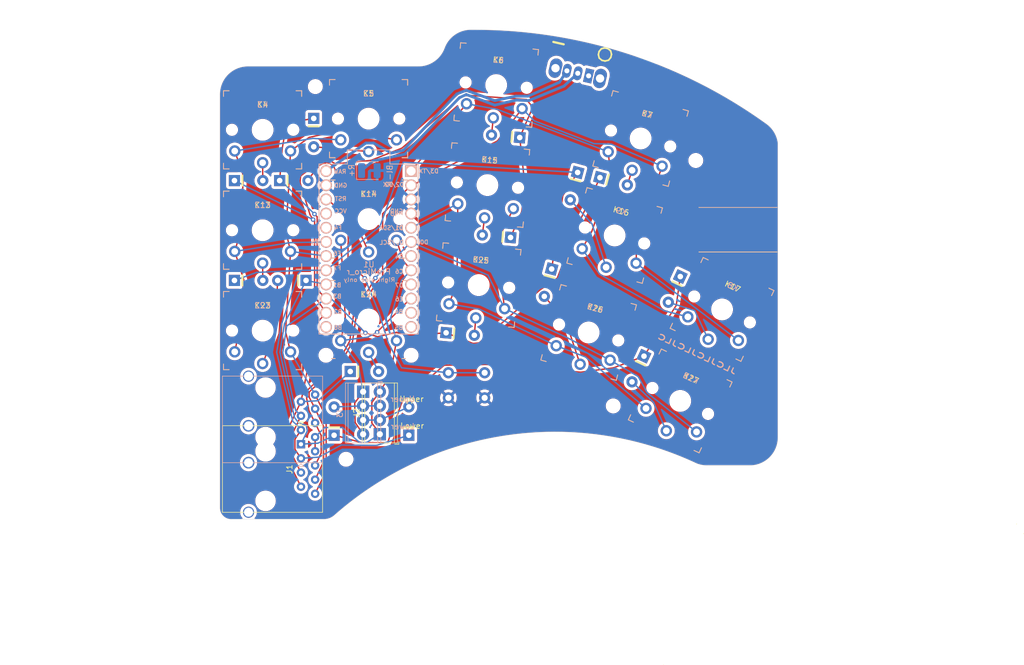
<source format=kicad_pcb>
(kicad_pcb (version 20221018) (generator pcbnew)
  (title_block (title "Aristotle 32 Split Reversible Thumbless") (date "2024-03-11") (rev "2.0") (company "Bennett Helm"))
  (layers (0 "F.Cu" signal) (31 "B.Cu" signal) (34 "B.Paste" user) (35 "F.Paste" user) (36 "B.SilkS" user "B.Silkscreen") (37 "F.SilkS" user "F.Silkscreen") (38 "B.Mask" user) (39 "F.Mask" user) (44 "Edge.Cuts" user))
  (net 0 "")
  (net 1 "row1")
  (net 2 "row2")
  (net 3 "row3")
  (net 4 "col7")
  (net 5 "col6")
  (net 6 "col5")
  (net 7 "col1")
  (net 8 "col2")
  (net 9 "col3")
  (net 10 "col4")
  (net 11 "Net-(D4-A)")
  (net 12 "row0")
  (net 13 "col0")
  (net 14 "Net-(D5-A)")
  (net 15 "Net-(D6-A)")
  (net 16 "Net-(D7-A)")
  (net 17 "Net-(D13-A)")
  (net 18 "Net-(D14-A)")
  (net 19 "VCC")
  (net 20 "Net-(D15-A)")
  (net 21 "GND")
  (net 22 "Net-(D16-A)")
  (net 23 "Net-(D17-A)")
  (net 24 "Net-(D23-A)")
  (net 25 "Net-(D24-A)")
  (net 26 "Net-(D25-A)")
  (net 27 "Net-(D26-A)")
  (net 28 "Net-(D27-A)")
  (net 29 "Net-(D30-A)")
  (net 30 "Net-(D31-A)")
  (net 31 "Net-(U1-RST)")
  (net 33 "Net-(SW1-C)")
  (footprint "aristotle:D_T-1_P5.08mm_Horizontal-NO_B.SILK" (layer "F.Cu") (at 133.090334 109.301376 175)
    (fp_text reference "D15" hide)
    (fp_text value "1N4148" hide)
  )
  (footprint "aristotle:D_T-1_P5.08mm_Horizontal-NO_B.SILK" (layer "F.Cu") (at 91.7 99.1)
    (fp_text reference "D14" hide)
    (fp_text value "1N4148" hide)
  )
  (footprint "aristotle:D_T-1_P5.08mm_Horizontal-NO_B.SILK" (layer "F.Cu") (at 134.740335 91.381376 175)
    (fp_text reference "D6" hide)
    (fp_text value "1N4148" hide)
  )
  (footprint "aristotle:D_T-1_P5.08mm_Horizontal-NO_B.SILK" (layer "F.Cu") (at 97.81 87.96 -90)
    (fp_text reference "D5" hide)
    (fp_text value "1N4148" hide)
  )
  (footprint "aristotle:D_T-1_P5.08mm_Horizontal-NO_B.SILK" (layer "F.Cu") (at 83.6 99.1)
    (fp_text reference "D4" hide)
    (fp_text value "1N4148" hide)
  )
  (footprint "aristotle:D_T-1_P5.08mm_Horizontal-NO_B.SILK" (layer "F.Cu") (at 114.86 144.75 90)
    (fp_text reference "D30" hide)
    (fp_text value "1N4148" hide)
  )
  (footprint "aristotle:D_T-1_P5.08mm_Horizontal-NO_B.SILK" (layer "F.Cu") (at 101.46 144.754 90)
    (fp_text reference "D31" hide)
    (fp_text value "1N4148" hide)
  )
  (footprint "aristotle:D_T-1_P5.08mm_Horizontal-NO_B.SILK" (layer "F.Cu") (at 157.013451 130.577978 -115)
    (fp_text reference "D27" hide)
    (fp_text value "1N4148" hide)
  )
  (footprint "aristotle:D_T-1_P5.08mm_Horizontal-NO_B.SILK" (layer "F.Cu") (at 140.46 114.952599 -105)
    (fp_text reference "D26" hide)
    (fp_text value "1N4148" hide)
  )
  (footprint "aristotle:D_T-1_P5.08mm_Horizontal-NO_B.SILK" (layer "F.Cu") (at 121.539666 126.388624 -5)
    (fp_text reference "D25" hide)
    (fp_text value "1N4148" hide)
  )
  (footprint "aristotle:D_T-1_P5.08mm_Horizontal-NO_B.SILK" (layer "F.Cu") (at 104.36 133.324)
    (fp_text reference "D24" hide)
    (fp_text value "1N4148" hide)
  )
  (footprint "aristotle:D_T-1_P5.08mm_Horizontal-NO_B.SILK" (layer "F.Cu") (at 96.43 117 180)
    (fp_text reference "D23" hide)
    (fp_text value "1N4148" hide)
  )
  (footprint "aristotle:D_T-1_P5.08mm_Horizontal-NO_B.SILK" (layer "F.Cu") (at 163.523451 116.307978 -115)
    (fp_text reference "D17" hide)
    (fp_text value "1N4148" hide)
  )
  (footprint "aristotle:D_T-1_P5.08mm_Horizontal-NO_B.SILK" (layer "F.Cu") (at 145.117401 97.646549 -105)
    (fp_text reference "D16" hide)
    (fp_text value "1N4148" hide)
  )
  (footprint "aristotle:D_T-1_P5.08mm_Horizontal-NO_B.SILK" (layer "F.Cu") (at 83.6 117)
    (fp_text reference "D13" hide)
    (fp_text value "1N4148" hide)
  )
  (footprint "aristotle:SW_PUSH_6mm" (layer "F.Cu") (at 121.95 133.55)
    (fp_text reference "RESET1" hide)
    (fp_text value "~" hide)
  )
  (footprint "aristotle:D_T-1_P5.08mm_Horizontal-NO_B.SILK" (layer "F.Cu") (at 149.12 98.57 -15)
    (fp_text reference "D7" hide)
    (fp_text value "1N4148" hide)
  )
  (footprint "aristotle:Kailh-Choc_1350-Keyswitch-mirrored" (layer "F.Cu") (at 156.408887 91.555828 -15)
    (fp_text reference "K7")
    (fp_text value "SW_SPDT" hide)
  )
  (footprint "aristotle:Kailh-Choc_1350-Keyswitch-mirrored" (layer "F.Cu") (at 130.51502 81.976478 -5)
    (fp_text reference "K6")
    (fp_text value "SW_SPDT" hide)
  )
  (footprint "aristotle:Kailh-Choc_1350-Keyswitch-mirrored" (layer "F.Cu") (at 107.65 88)
    (fp_text reference "K5")
    (fp_text value "SW_SPDT" hide)
  )
  (footprint "aristotle:Kailh-Choc_1350-Keyswitch-mirrored" (layer "F.Cu") (at 171.01 122.2 -25)
    (fp_text reference "K17")
    (fp_text value "SW_SPDT" hide)
  )
  (footprint "aristotle:Kailh-Choc_1350-Keyswitch-mirrored" (layer "F.Cu") (at 151.750144 108.942493 -15)
    (fp_text reference "K16")
    (fp_text value "SW_SPDT" hide)
  )
  (footprint "aristotle:Kailh-Choc_1350-Keyswitch-mirrored" (layer "F.Cu") (at 128.946217 99.907982 -5)
    (fp_text reference "K15")
    (fp_text value "SW_SPDT" hide)
  )
  (footprint "aristotle:Kailh-Choc_1350-Keyswitch-mirrored" (layer "F.Cu") (at 107.65 106)
    (fp_text reference "K14")
    (fp_text value "SW_SPDT" hide)
  )
  (footprint "aristotle:Kailh-Choc_1350-Keyswitch-mirrored" (layer "F.Cu") (at 163.51 138.6 -25)
    (fp_text reference "K27")
    (fp_text value "SW_SPDT" hide)
  )
  (footprint "aristotle:Kailh-Choc_1350-Keyswitch-mirrored" (layer "F.Cu") (at 147.091401 126.329158 -15)
    (fp_text reference "K26")
    (fp_text value "SW_SPDT" hide)
  )
  (footprint "aristotle:Kailh-Choc_1350-Keyswitch-mirrored" (layer "F.Cu") (at 127.377414 117.839487 -5)
    (fp_text reference "K25")
    (fp_text value "SW_SPDT" hide)
  )
  (footprint "aristotle:Kailh-Choc_1350-Keyswitch-mirrored" (layer "F.Cu") (at 107.65 124)
    (fp_text reference "K24")
    (fp_text value "SW_SPDT" hide)
  )
  (footprint "aristotle:Kailh-Choc_1350-Keyswitch-mirrored" (layer "F.Cu") (at 88.65 90)
    (fp_text reference "K4")
    (fp_text value "SW_SPDT" hide)
  )
  (footprint "aristotle:Kailh-Choc_1350-Keyswitch-mirrored" (layer "F.Cu") (at 88.65 126)
    (fp_text reference "K23")
    (fp_text value "SW_SPDT" hide)
  )
  (footprint "aristotle:Kailh-Choc_1350-Keyswitch-mirrored" (layer "F.Cu") (at 88.65 108)
    (fp_text reference "K13")
    (fp_text value "SW_SPDT" hide)
  )
  (footprint "Button_Switch_THT:SW_CuK_OS102011MA1QN1_SPDT_Angled" (layer "F.Cu") (at 147.09 80.32 167)
    (fp_text reference "SW1" hide)
    (fp_text value "SW_SPDT" hide)
  )
  (footprint "TerminalBlock_Phoenix:TerminalBlock_Phoenix_MPT-0,5-4-2.54_1x04_P2.54mm_Horizontal" (layer "F.Cu") (at 109.66 144.57 90)
    (fp_text reference "J2")
    (fp_text value "Screw_Terminal_01x04")
  )
  (footprint "MountingHole:MountingHole_2.2mm_M2" (layer "F.Cu") (at 98.1 82.25)
    (fp_text reference "H4" hide)
    (fp_text value "MountingHole" hide)
  )
  (footprint "aristotle:RJ45_Amphenol_54602-x08_Horizontal-DOUBLE" (layer "F.Cu") (at 95.52 146.36 -90)
    (fp_text reference "J1")
    (fp_text value "8P8C")
  )
  (footprint "MountingHole:MountingHole_2.2mm_M2" (layer "F.Cu") (at 115.27 130.42)
    (fp_text reference "H3" hide)
    (fp_text value "MountingHole" hide)
  )
  (footprint "MountingHole:MountingHole_2.2mm_M2" (layer "F.Cu") (at 166.3 95.5)
    (fp_text reference "H4" hide)
    (fp_text value "MountingHole" hide)
  )
  (footprint "MountingHole:MountingHole_2.2mm_M2" (layer "F.Cu") (at 151.5 139.5)
    (fp_text reference "H4" hide)
    (fp_text value "MountingHole" hide)
  )
  (footprint "MountingHole:MountingHole_2.2mm_M2" (layer "F.Cu") (at 103.6 149.06)
    (fp_text reference "H4" hide)
    (fp_text value "MountingHole" hide)
  )
  (footprint "MountingHole:MountingHole_2.2mm_M2" (layer "F.Cu") (at 100 130.42)
    (fp_text reference "H4" hide)
    (fp_text value "MountingHole" hide)
  )
  (footprint "aristotle:ProMicro" (layer "B.Cu") (at 107.65 111.37 -90)
    (fp_text reference "U1")
    (fp_text value "ProMicro_r")
  )
  (footprint "TerminalBlock_Phoenix:TerminalBlock_Phoenix_MPT-0,5-4-2.54_1x04_P2.54mm_Horizontal" (layer "B.Cu") (at 106.664 136.95 -90)
    (fp_text reference "J3")
    (fp_text value "Screw_Terminal_01x04")
  )
  (footprint "Diode_SMD:D_1210_3225Metric" (layer "B.Cu") (at 107.78 97.31)
    (fp_text reference "BT1" hide)
    (fp_text value "Battery_Cell" hide)
  )
  (gr_line (start 166.86 103.9) (end 180.86 103.9) (stroke (width 0.12)) (layer "B.SilkS"))
  (gr_line (start 166.86 111.9) (end 180.86 111.9) (stroke (width 0.12)) (layer "B.SilkS"))
  (gr_arc (start 160.51 185.940001) (mid 160.511473 185.939654) (end 160.51298 185.939786) (stroke (width 0.12)) (layer "F.SilkS"))
  (gr_arc (start 223.8 160.67) (mid 223.799356 160.666451) (end 223.802664 160.665011) (stroke (width 0.12)) (layer "F.SilkS"))
  (gr_line (start 166.86 103.9) (end 180.86 103.9) (stroke (width 0.12)) (layer "F.SilkS"))
  (gr_arc (start 225.099999 162.39) (mid 225.092262 162.396574) (end 225.09535 162.386902) (stroke (width 0.12)) (layer "F.SilkS"))
  (gr_line (start 166.86 111.9) (end 180.86 111.9) (stroke (width 0.12)) (layer "F.SilkS"))
  (gr_arc (start 179.010876 88.986461) (mid 180.348789 90.471737) (end 181 92.361706) (stroke (width 0.05)) (layer "Edge.Cuts"))
  (gr_arc (start 121.346631 75.17196) (mid 123.272638 72.859524) (end 126.176689 72.07) (stroke (width 0.05)) (layer "Edge.Cuts"))
  (gr_arc (start 121.276689 75.34) (mid 119.446108 77.725659) (end 116.578226 78.629899) (stroke (width 0.05)) (layer "Edge.Cuts"))
  (gr_line (start 121.346631 75.17196) (end 121.276689 75.34) (stroke (width 0.05)) (layer "Edge.Cuts"))
  (gr_line (start 83 159.791162) (end 99.630022 159.791162) (stroke (width 0.05)) (layer "Edge.Cuts"))
  (gr_line (start 181 92.361706) (end 181 92.48) (stroke (width 0.05)) (layer "Edge.Cuts"))
  (gr_line (start 168.513281 150.150134) (end 176 150.15) (stroke (width 0.05)) (layer "Edge.Cuts"))
  (gr_line (start 81 83.629899) (end 81 157.791162) (stroke (width 0.05)) (layer "Edge.Cuts"))
  (gr_line (start 86 78.629899) (end 116.578226 78.629899) (stroke (width 0.05)) (layer "Edge.Cuts"))
  (gr_arc (start 81 83.629899) (mid 82.464466 80.094365) (end 86 78.629899) (stroke (width 0.05)) (layer "Edge.Cuts"))
  (gr_arc (start 83 159.791162) (mid 81.585786 159.205376) (end 81 157.791162) (stroke (width 0.05)) (layer "Edge.Cuts"))
  (gr_arc (start 168.513281 150.150134) (mid 167.439023 150.076013) (end 166.404168 149.778355) (stroke (width 0.05)) (layer "Edge.Cuts"))
  (gr_arc (start 101.59 159.01) (mid 132.621048 144.733207) (end 166.404168 149.778355) (stroke (width 0.05)) (layer "Edge.Cuts"))
  (gr_arc (start 181 145.15) (mid 179.535534 148.685534) (end 176 150.15) (stroke (width 0.05)) (layer "Edge.Cuts"))
  (gr_arc (start 101.59 159.01) (mid 100.684464 159.587387) (end 99.630022 159.791162) (stroke (width 0.05)) (layer "Edge.Cuts"))
  (gr_line (start 181 92.48) (end 181 145.15) (stroke (width 0.05)) (layer "Edge.Cuts"))
  (gr_arc (start 126.176689 72.070001) (mid 153.941147 76.320086) (end 179.010876 88.986461) (stroke (width 0.05)) (layer "Edge.Cuts"))
  (gr_text "﹣" (at 156.86 80.07) (layer "F.Cu") (effects (font (size 3 3) (thickness 0.3) bold) (justify left bottom)))
  (gr_text "Right side only" (at 107.79 116.89) (layer "B.SilkS") (effects (font (size 0.7 0.8) (thickness 0.125)) (justify mirror)))
  (gr_text "JLCJLCJLCJLC" (at 166.53 130.2 -25) (layer "B.SilkS") (effects (font (size 0.9 1.5) (thickness 0.225)) (justify mirror)))
  (gr_text "Bl-" (at 111.44 97.66 90) (layer "B.SilkS") (effects (font (size 1 1)) (justify mirror)))
  (gr_text "R+" (at 104.6 97.3 90) (layer "B.SilkS") (effects (font (size 1 1)) (justify mirror)))
  (gr_text "Upper" (at 113.76 138.27) (layer "B.SilkS") (effects (font (size 1 1)) (justify mirror)))
  (gr_text "Lower" (at 113.76 143.17) (layer "B.SilkS") (effects (font (size 1 1)) (justify mirror)))
  (gr_text "Upper" (at 115.36 138.27) (layer "F.SilkS") (effects (font (size 1 1))))
  (gr_text "–" (at 143.86 72.6 167) (layer "F.SilkS") (effects (font (size 5 5) (thickness 0.4)) (justify left bottom)))
  (gr_text "Lower" (at 115.46 143.07) (layer "F.SilkS") (effects (font (size 1 1))))
  (gr_text "○" (at 152.36 75.47 167) (layer "F.SilkS") (effects (font (size 3 3) (thickness 0.3) bold) (justify left bottom)))
  (segment (start 141.46 116.6) (end 145.23 106.94) (width 0.25) (layer "F.Cu") (net 1))
  (segment (start 95.52 151.44) (end 93.995969 148.37) (width 0.25) (layer "F.Cu") (net 1))
  (segment (start 145.23 106.94) (end 149.12 98.57) (width 0.25) (layer "F.Cu") (net 1))
  (segment (start 98.41952 105.57952) (end 98.41952 118.64952) (width 0.25) (layer "F.Cu") (net 1))
  (segment (start 91.7 99.1) (end 92.16 93.37) (width 0.25) (layer "F.Cu") (net 1))
  (segment (start 115.22 126.84) (end 121.539666 126.388624) (width 0.25) (layer "F.Cu") (net 1))
  (segment (start 121.539666 126.388624) (end 126.35 128.3) (width 0.25) (layer "F.Cu") (net 1))
  (segment (start 126.35 128.3) (end 127.45 128.2) (width 0.25) (layer "F.Cu") (net 1))
  (segment (start 92.16 93.37) (end 92.96 88.77) (width 0.25) (layer "F.Cu") (net 1))
  (segment (start 93.995969 148.37) (end 93.995969 144.47) (width 0.25) (layer "F.Cu") (net 1))
  (segment (start 97.94 105.1) (end 98.41952 105.57952) (width 0.25) (layer "F.Cu") (net 1))
  (segment (start 107.08 126.41) (end 109.24 127.09) (width 0.25) (layer "F.Cu") (net 1))
  (segment (start 138.36 118.7) (end 141.46 116.6) (width 0.25) (layer "F.Cu") (net 1))
  (segment (start 98.41952 118.64952) (end 100.03 120.26) (width 0.25) (layer "F.Cu") (net 1))
  (segment (start 109.24 127.09) (end 112.65 126.31) (width 0.25) (layer "F.Cu") (net 1))
  (segment (start 127.45 128.2) (end 138.36 118.7) (width 0.25) (layer "F.Cu") (net 1))
  (segment (start 92.96 88.77) (end 97.81 87.96) (width 0.25) (layer "F.Cu") (net 1))
  (segment (start 112.65 126.31) (end 115.22 126.84) (width 0.25) (layer "F.Cu") (net 1))
  (segment (start 93.995969 144.47) (end 95.52 141.28) (width 0.25) (layer "F.Cu") (net 1))
  (via (at 97.94 105.1) (size 0.8) (drill 0.4) (layers "F.Cu" "B.Cu") (net 1))
  (via (at 107.08 126.41) (size 0.8) (drill 0.4) (layers "F.Cu" "B.Cu") (net 1))
  (segment (start 92.26 129.97) (end 92.96 125.17) (width 0.25) (layer "B.Cu") (net 1))
  (segment (start 92.96 125.17) (end 100.03 120.26) (width 0.25) (layer "B.Cu") (net 1))
  (segment (start 107.08 126.41) (end 100.93 120.26) (width 0.25) (layer "B.Cu") (net 1))
  (segment (start 91.78 98.94) (end 97.94 105.1) (width 0.25) (layer "B.Cu") (net 1))
  (segment (start 95.52 141.28) (end 94.56 140.27) (width 0.25) (layer "B.Cu") (net 1))
  (segment (start 94.56 140.27) (end 92.26 129.97) (width 0.25) (layer "B.Cu") (net 1))
  (segment (start 94.445489 145.47) (end 95.52 143.82) (width 0.25) (layer "F.Cu") (net 2))
  (segment (start 95.52 148.9) (end 94.445489 147.27) (width 0.25) (layer "F.Cu") (net 2))
  (segment (start 142.46 101.8) (end 145.117401 97.646549) (width 0.25) (layer "F.Cu") (net 2))
  (segment (start 140.46 114.952599) (end 142.46 101.8) (width 0.25) (layer "F.Cu") (net 2))
  (segment (start 94.445489 147.27) (end 94.445489 145.47) (width 0.25) (layer "F.Cu") (net 2))
  (segment (start 98.76 148.67) (end 95.52 148.9) (width 0.25) (layer "B.Cu") (net 2))
  (segment (start 95.52 143.59) (end 94.06 142.27) (width 0.25) (layer "B.Cu") (net 2))
  (segment (start 114.86 144.75) (end 109.06 146.57) (width 0.25) (layer "B.Cu") (net 2))
  (segment (start 94.06 142.27) (end 91.16 129.87) (width 0.25) (layer "B.Cu") (net 2))
  (segment (start 87.56 115.57) (end 95.67 115.18) (width 0.25) (layer "B.Cu") (net 2))
  (segment (start 109.06 146.57) (end 102.76 146.5) (width 0.25) (layer "B.Cu") (net 2))
  (segment (start 102.76 146.5) (end 98.76 148.67) (width 0.25) (layer "B.Cu") (net 2))
  (segment (start 91.16 129.87) (end 92.06 124.77) (width 0.25) (layer "B.Cu") (net 2))
  (segment (start 113.86 95.8) (end 109.68 107.31) (width 0.25) (layer "B.Cu") (net 2))
  (segment (start 95.630978 115.18) (end 100.03 115.18) (width 0.25) (layer "B.Cu") (net 2))
  (segment (start 83.6 117) (end 87.56 115.57) (width 0.25) (layer "B.Cu") (net 2))
  (segment (start 109.68 107.31) (end 100.03 115.18) (width 0.25) (layer "B.Cu") (net 2))
  (segment (start 95.06 115.77) (end 95.630978 115.18) (width 0.25) (layer "B.Cu") (net 2))
  (segment (start 92.06 124.77) (end 95.06 115.77) (width 0.25) (layer "B.Cu") (net 2))
  (segment (start 145.117401 97.646549) (end 113.86 95.8) (width 0.25) (layer "B.Cu") (net 2))
  (segment (start 145.65 133.45) (end 128.85 132.06) (width 0.25) (layer "F.Cu") (net 3))
  (segment (start 106.36 146.07) (end 101.584 144.754) (width 0.25) (layer "F.Cu") (net 3))
  (segment (start 157.013451 130.577978) (end 151.56 132.67) (width 0.25) (layer "F.Cu") (net 3))
  (segment (start 113.66 138.67) (end 111.06 146.07) (width 0.25) (layer "F.Cu") (net 3))
  (segment (start 111.06 146.07) (end 106.36 146.07) (width 0.25) (layer "F.Cu") (net 3))
  (segment (start 157.013451 130.577978) (end 162.8 121.46) (width 0.25) (layer "F.Cu") (net 3))
  (segment (start 121.2 132.2) (end 113.66 138.67) (width 0.25) (layer "F.Cu") (net 3))
  (segment (start 151.56 132.67) (end 145.65 133.45) (width 0.25) (layer "F.Cu") (net 3))
  (segment (start 162.8 121.46) (end 163.523451 116.307978) (width 0.25) (layer "F.Cu") (net 3))
  (segment (start 128.85 132.06) (end 121.2 132.2) (width 0.25) (layer "F.Cu") (net 3))
  (segment (start 96.66 143.97) (end 96.46 142.97) (width 0.25) (layer "B.Cu") (net 3))
  (segment (start 95.13 142.56) (end 94.36 141.57) (width 0.25) (layer "B.Cu") (net 3))
  (segment (start 101.584 144.754) (end 98.56 146.17) (width 0.25) (layer "B.Cu") (net 3))
  (segment (start 95.52 146.36) (end 96.66 143.97) (width 0.25) (layer "B.Cu") (net 3))
  (segment (start 96.43 117) (end 100.03 117.72) (width 0.25) (layer "B.Cu") (net 3))
  (segment (start 91.76 129.87) (end 92.56 124.77) (width 0.25) (layer "B.Cu") (net 3))
  (segment (start 92.56 124.77) (end 96.43 117) (width 0.25) (layer "B.Cu") (net 3))
  (segment (start 94.36 141.57) (end 91.76 129.87) (width 0.25) (layer "B.Cu") (net 3))
  (segment (start 96.46 142.97) (end 95.13 142.56) (width 0.25) (layer "B.Cu") (net 3))
  (segment (start 98.56 146.17) (end 95.52 146.36) (width 0.25) (layer "B.Cu") (net 3))
  (segment (start 83.65 129.8) (end 84.44 126.07) (width 0.25) (layer "F.Cu") (net 4))
  (segment (start 84.72 108.16) (end 85.2 98.25) (width 0.25) (layer "F.Cu") (net 4))
  (segment (start 85.2 98.25) (end 83.65 93.8) (width 0.25) (layer "F.Cu") (net 4))
  (segment (start 84.44 126.07) (end 85.26 116.87) (width 0.25) (layer "F.Cu") (net 4))
  (segment (start 83.65 111.8) (end 84.72 108.16) (width 0.25) (layer "F.Cu") (net 4))
  (segment (start 85.26 116.87) (end 83.65 111.8) (width 0.25) (layer "F.Cu") (net 4))
  (segment (start 100.03 110.1) (end 93.51 110.23) (width 0.25) (layer "B.Cu") (net 4))
  (segment (start 97.65 91.54) (end 102.65 91.8) (width 0.25) (layer "B.Cu") (net 4))
  (segment (start 83.65 93.8) (end 97.65 91.54) (width 0.25) (layer "B.Cu") (net 4))
  (segment (start 93.51 110.23) (end 83.65 111.8) (width 0.25) (layer "B.Cu") (net 4))
  (segment (start 145.937002 111.318916) (end 147.67 108.19) (width 0.25) (layer "F.Cu") (net 5))
  (segment (start 147.67 108.19) (end 151.06 98.27) (width 0.25) (layer "F.Cu") (net 5))
  (segment (start 151.06 98.27) (end 150.595745 93.932251) (width 0.25) (layer "F.Cu") (net 5))
  (segment (start 115.27 97.4) (end 125.202855 85.326239) (width 0.25) (layer "F.Cu") (net 5))
  (segment (start 150.595745 93.932251) (end 130.7 86.33) (width 0.25) (layer "B.Cu") (net 5))
  (segment (start 145.937002 111.318916) (end 149.02 115.85) (width 0.25) (layer "B.Cu") (net 5))
  (segment (start 160.65 122.44) (end 164.872512 123.530878) (width 0.25) (layer "B.Cu") (net 5))
  (segment (start 130.7 86.33) (end 125.202855 85.326239) (width 0.25) (layer "B.Cu") (net 5))
  (segment (start 149.02 115.85) (end 160.65 122.44) (width 0.25) (layer "B.Cu") (net 5))
  (segment (start 123.634052 103.257743) (end 123.49 117.55) (width 0.25) (layer "F.Cu") (net 6))
  (segment (start 123.49 117.55) (end 122.065249 121.189248) (width 0.25) (layer "F.Cu") (net 6))
  (segment (start 141.278259 128.705581) (end 127.48 122.13) (width 0.25) (layer "B.Cu") (net 6))
  (segment (start 146.53 130.72) (end 141.278259 128.705581) (width 0.25) (layer "B.Cu") (net 6))
  (segment (start 157.372512 139.930878) (end 146.53 130.72) (width 0.25) (layer "B.Cu") (net 6))
  (segment (start 115.27 107.56) (end 123.634052 103.257743) (width 0.25) (layer "B.Cu") (net 6))
  (segment (start 127.48 122.13) (end 122.065249 121.189248) (width 0.25) (layer "B.Cu") (net 6))
  (segment (start 109.160305 117.295) (end 110.16 116.295305) (width 0.25) (layer "F.Cu") (net 7))
  (segment (start 130.76 91.98) (end 135.164802 86.197797) (width 0.25) (layer "F.Cu") (net 7))
  (segment (start 109.135 117.295) (end 109.160305 117.295) (width 0.25) (layer "F.Cu") (net 7))
  (segment (start 104.76 127.97) (end 105.46 123.17) (width 0.25) (layer "F.Cu") (net 7))
  (segment (start 97.61472 136.395) (end 102.36 132.47) (width 0.25) (layer "F.Cu") (net 7))
  (segment (start 98.06 140.01) (end 96.985 137.91528) (width 0.25) (layer "F.Cu") (net 7))
  (segment (start 155.71 110.02) (end 160.255004 96.520441) (width 0.25) (layer "F.Cu") (net 7))
  (segment (start 99.584031 149.47) (end 99.584031 143.17) (width 0.25) (layer "F.Cu") (net 7))
  (segment (start 105.46 123.17) (end 109.135 117.295) (width 0.25) (layer "F.Cu") (net 7))
  (segment (start 155.596261 113.907106) (end 155.71 110.02) (width 0.25) (layer "F.Cu") (net 7))
  (segment (start 96.985 137.02472) (end 97.61472 136.395) (width 0.25) (layer "F.Cu") (net 7))
  (segment (start 102.36 132.47) (end 104.76 127.97) (width 0.25) (layer "F.Cu") (net 7))
  (segment (start 99.584031 143.17) (end 98.06 140.01) (width 0.25) (layer "F.Cu") (net 7))
  (segment (start 115.479022 99.94) (end 130.76 91.98) (width 0.25) (layer "F.Cu") (net 7))
  (segment (start 96.985 137.91528) (end 96.985 137.02472) (width 0.25) (layer "F.Cu") (net 7))
  (segment (start 98.06 152.71) (end 99.584031 149.47) (width 0.25) (layer "F.Cu") (net 7))
  (segment (start 110.16 105.05) (end 115.27 99.94) (width 0.25) (layer "F.Cu") (net 7))
  (segment (start 110.16 116.295305) (end 110.16 105.05) (width 0.25) (layer "F.Cu") (net 7))
  (segment (start 137.360143 88.393138) (end 135.164802 86.197797) (width 0.25) (layer "B.Cu") (net 7))
  (segment (start 155.596261 113.907106) (end 166.46 122.09) (width 0.25) (layer "B.Cu") (net 7))
  (segment (start 148.029643 92.47) (end 137.360143 88.393138) (width 0.25) (layer "B.Cu") (net 7))
  (segment (start 151.16 92.57) (end 148.029643 92.47) (width 0.25) (layer "B.Cu") (net 7))
  (segment (start 166.46 122.09) (end 173.93559 127.757061) (width 0.25) (layer "B.Cu") (net 7))
  (segment (start 160.255004 96.520441) (end 151.16 92.57) (width 0.25) (layer "B.Cu") (net 7))
  (segment (start 98.06 150.17) (end 99.134511 147.97) (width 0.25) (layer "F.Cu") (net 8))
  (segment (start 96.535 138.101676) (end 96.96 140.37) (width 0.25) (layer "F.Cu") (net 8))
  (segment (start 108.86 116.57) (end 104.96 123.07) (width 0.25) (layer "F.Cu") (net 8))
  (segment (start 99.134511 144.77) (end 98.06 142.55) (width 0.25) (layer "F.Cu") (net 8))
  (segment (start 97.428324 135.945) (end 96.535 136.838324) (width 0.25) (layer "F.Cu") (net 8))
  (segment (start 131.53 118.4) (end 131.44 108.48) (width 0.25) (layer "F.Cu") (net 8))
  (segment (start 104.96 123.07) (end 104.26 127.87) (width 0.25) (layer "F.Cu") (net 8))
  (segment (start 99.134511 147.97) (end 99.134511 144.77) (width 0.25) (layer "F.Cu") (net 8))
  (segment (start 96.96 140.37) (end 98.06 142.55) (width 0.25) (layer "F.Cu") (net 8))
  (segment (start 101.96 132.17) (end 97.428324 135.945) (width 0.25) (layer "F.Cu") (net 8))
  (segment (start 104.26 127.87) (end 101.96 132.17) (width 0.25) (layer "F.Cu") (net 8))
  (segment (start 131.44 108.48) (end 133.595999 104.129301) (width 0.25) (layer "F.Cu") (net 8))
  (segment (start 132.027196 122.060806) (end 131.53 118.4) (width 0.25) (layer "F.Cu") (net 8))
  (segment (start 96.535 136.838324) (end 96.535 138.101676) (width 0.25) (layer "F.Cu") (net 8))
  (via (at 108.86 116.57) (size 0.8) (drill 0.4) (layers "F.Cu" "B.Cu") (net 8))
  (segment (start 157.61 137.16) (end 155.98 134.23) (width 0.25) (layer "B.Cu") (net 8))
  (segment (start 129.06 116.05) (end 132.027196 122.060806) (width 0.25) (layer "B.Cu") (net 8))
  (segment (start 108.86 116.57) (end 108.86 116.51) (width 0.25) (layer "B.Cu") (net 8))
  (segment (start 155.98 134.23) (end 150.937518 131.293771) (width 0.25) (layer "B.Cu") (net 8))
  (segment (start 108.86 116.51) (end 115.27 110.1) (width 0.25) (layer "B.Cu") (net 8))
  (segment (start 150.937518 131.293771) (end 143.407737 127.34) (width 0.25) (layer "B.Cu") (net 8))
  (segment (start 115.27 110.1) (end 129.06 116.05) (width 0.25) (layer "B.Cu") (net 8))
  (segment (start 166.43559 144.157061) (end 157.61 137.16) (width 0.25) (layer "B.Cu") (net 8))
  (segment (start 143.407737 127.34) (end 132.027196 122.060806) (width 0.25) (layer "B.Cu") (net 8))
  (segment (start 115.27 115.18) (end 113.9 113.53) (width 0.25) (layer "F.Cu") (net 9))
  (segment (start 108.235 138.87) (end 109.66 136.95) (width 0.25) (layer "F.Cu") (net 9))
  (segment (start 108.235 142.57) (end 108.235 138.87) (width 0.25) (layer "F.Cu") (net 9))
  (segment (start 98.06 147.63) (end 98.06 145.09) (width 0.25) (layer "F.Cu") (net 9))
  (segment (start 111.56 133.87) (end 112.65 127.8) (width 0.25) (layer "F.Cu") (net 9))
  (segment (start 113.9 113.53) (end 112.65 109.8) (width 0.25) (layer "F.Cu") (net 9))
  (segment (start 109.712 144.518) (end 108.235 142.57) (width 0.25) (layer "F.Cu") (net 9))
  (segment (start 109.66 136.95) (end 111.56 133.87) (width 0.25) (layer "F.Cu") (net 9))
  (segment (start 98.06 145.09) (end 99.78 143.37) (width 0.25) (layer "B.Cu") (net 9))
  (segment (start 106.06 146.07) (end 107.26 146.07) (width 0.25) (layer "B.Cu") (net 9))
  (segment (start 107.26 146.07) (end 109.66 144.57) (width 0.25) (layer "B.Cu") (net 9))
  (segment (start 102.96 143.37) (end 106.06 146.07) (width 0.25) (layer "B.Cu") (net 9))
  (segment (start 99.78 143.37) (end 102.96 143.37) (width 0.25) (layer "B.Cu") (net 9))
  (segment (start 113.54 116.96) (end 115.27 115.18) (width 0.25) (layer "B.Cu") (net 9))
  (segment (start 112.65 127.8) (end 111.57 123.83) (width 0.25) (layer "B.Cu") (net 9))
  (segment (start 111.57 123.83) (end 113.54 116.96) (width 0.25) (layer "B.Cu") (net 9))
  (segment (start 106.664 136.95) (end 105.16 138.97) (width 0.25) (layer "F.Cu") (net 10))
  (segment (start 103.48 123.93) (end 102.65 127.8) (width 0.25) (layer "F.Cu") (net 10))
  (segment (start 105.239 142.47) (end 106.664 144.57) (width 0.25) (layer "F.Cu") (net 10))
  (segment (start 109.1755 126.28) (end 109.1755 126.242765) (width 0.25) (layer "F.Cu") (net 10))
  (segment (start 109.1755 126.242765) (end 115.158265 120.26) (width 0.25) (layer "F.Cu") (net 10))
  (segment (start 105.16 138.97) (end 105.239 142.47) (width 0.25) (layer "F.Cu") (net 10))
  (segment (start 102.65 109.8) (end 103.48 123.93) (width 0.25) (layer "F.Cu") (net 10))
  (via (at 109.1755 126.28) (size 0.8) (drill 0.4) (layers "F.Cu" "B.Cu") (net 10))
  (segment (start 102.65 127.8) (end 107.46 127.17) (width 0.25) (layer "B.Cu") (net 10))
  (segment (start 102.65 127.8) (end 105.76 132) (width 0.25) (layer "B.Cu") (net 10))
  (segment (start 107.46 127.17) (end 109.1755 126.28) (width 0.25) (layer "B.Cu") (net 10))
  (segment (start 105.76 132) (end 106.664 136.88) (width 0.25) (layer "B.Cu") (net 10))
  (segment (start 88.65 95.9) (end 88.68 99.1) (width 0.25) (layer "F.Cu") (net 11))
  (segment (start 101.71 96.1) (end 100.19 95.27) (width 0.25) (layer "F.Cu") (net 12))
  (segment (start 95.46 98.27) (end 95.36 99.47) (width 0.25) (layer "F.Cu") (net 12))
  (segment (start 125.7 83.83) (end 124.49 83.92) (width 0.25) (layer "F.Cu") (net 12))
  (segment (start 93.546449 149.97) (end 93.546449 142.87) (width 0.25) (layer "F.Cu") (net 12))
  (segment (start 135.7 100.32) (end 134.740335 91.381376) (width 0.25) (layer "F.Cu") (net 12))
  (segment (start 135.09 104.68) (end 135.7 100.32) (width 0.25) (layer "F.Cu") (net 12))
  (segment (start 97.97 106.371171) (end 97.96 119.86) (width 0.25) (layer "F.Cu") (net 12))
  (segment (start 98.53 95.94) (end 95.46 98.27) (width 0.25) (layer "F.Cu") (net 12))
  (segment (start 124.49 83.92) (end 113.62 93.28) (width 0.25) (layer "F.Cu") (net 12))
  (segment (start 93.546449 142.87) (end 95.52 138.74) (width 0.25) (layer "F.Cu") (net 12))
  (segment (start 95.52 138.74) (end 98.4 124.59) (width 0.25) (layer "F.Cu") (net 12))
  (segment (start 95.36 99.47) (end 97.16 105.25) (width 0.25) (layer "F.Cu") (net 12))
  (segment (start 98.4 124.59) (end 100.03 122.8) (width 0.25) (layer "F.Cu") (net 12))
  (segment (start 97.69502 106.096191) (end 97.97 106.371171) (width 0.25) (layer "F.Cu") (net 12))
  (segment (start 113.62 93.28) (end 108.05 95.48) (width 0.25) (layer "F.Cu") (net 12))
  (segment (start 97.16 105.25) (end 97.69502 106.096191) (width 0.25) (layer "F.Cu") (net 12))
  (segment (start 97.96 119.86) (end 100.03 122.8) (width 0.25) (layer "F.Cu") (net 12))
  (segment (start 135.93 84.57) (end 125.7 83.83) (width 0.25) (layer "F.Cu") (net 12))
  (segment (start 95.52 153.98) (end 93.546449 149.97) (width 0.25) (layer "F.Cu") (net 12))
  (segment (start 100.19 95.27) (end 98.53 95.94) (width 0.25) (layer "F.Cu") (net 12))
  (segment (start 134.740335 91.381376) (end 137.08 85.95) (width 0.25) (layer "F.Cu") (net 12))
  (segment (start 137.08 85.95) (end 135.93 84.57) (width 0.25) (layer "F.Cu") (net 12))
  (segment (start 108.05 95.48) (end 101.71 96.1) (width 0.25) (layer "F.Cu") (net 12))
  (segment (start 133.090334 109.301376) (end 135.09 104.68) (width 0.25) (layer "F.Cu") (net 12))
  (via (at 97.69502 106.096191) (size 0.8) (drill 0.4) (layers "F.Cu" "B.Cu") (net 12))
  (segment (start 104.36 133.324) (end 98.56 138.57) (width 0.25) (layer "B.Cu") (net 12))
  (segment (start 97.69502 106.096191) (end 83.6 99.1) (width 0.25) (layer "B.Cu") (net 12))
  (segment (start 98.56 138.57) (end 95.52 138.74) (width 0.25) (layer "B.Cu") (net 12))
  (segment (start 93.33 100.13) (end 92.82 108.17) (width 0.25) (layer "F.Cu") (net 13))
  (segment (start 93.65 93.8) (end 96.99 91.36) (width 0.25) (layer "F.Cu") (net 13))
  (segment (start 92.76 126.17) (end 93.65 129.8) (width 0.25) (layer "F.Cu") (net 13))
  (segment (start 92.82 108.17) (end 93.65 111.8) (width 0.25) (layer "F.Cu") (net 13))
  (segment (start 93.65 93.8) (end 93.33 100.13) (width 0.25) (layer "F.Cu") (net 13))
  (segment (start 100.033551 141.47) (end 98.06 137.47) (width 0.25) (layer "F.Cu") (net 13))
  (segment (start 98.06 155.25) (end 100.033551 151.17) (width 0.25) (layer "F.Cu") (net 13))
  (segment (start 93.65 111.8) (end 92.76 126.17) (width 0.25) (layer "F.Cu") (net 13))
  (segment (start 100.033551 151.17) (end 100.033551 141.47) (width 0.25) (layer "F.Cu") (net 13))
  (segment (start 102.7 90.07) (end 112.65 91.8) (width 0.25) (layer "F.Cu") (net 13))
  (segment (start 96.99 91.36) (end 102.7 90.07) (width 0.25) (layer "F.Cu") (net 13))
  (segment (start 98.06 137.47) (end 93.65 129.8) (width 0.25) (layer "B.Cu") (net 13))
  (segment (start 100.03 112.64) (end 93.65 111.8) (width 0.25) (layer "B.Cu") (net 13))
  (segment (start 107.65 93.9) (end 97.81 93.04) (width 0.25) (layer "F.Cu") (net 14))
  (segment (start 129.679666 90.938625) (end 130.000801 87.854027) (width 0.25) (layer "F.Cu") (net 15))
  (segment (start 154.881855 97.25479) (end 154.026903 99.884801) (width 0.25) (layer "F.Cu") (net 16))
  (segment (start 88.65 113.9) (end 88.68 117) (width 0.25) (layer "F.Cu") (net 17))
  (segment (start 100.19 95.81) (end 98.86 96.31) (width 0.25) (layer "F.Cu") (net 18))
  (segment (start 101.37 96.46) (end 100.19 95.81) (width 0.25) (layer "F.Cu") (net 18))
  (segment (start 105.33 106.76) (end 101.37 96.46) (width 0.25) (layer "F.Cu") (net 18))
  (segment (start 98.86 96.31) (end 96.78 98.94) (width 0.25) (layer "F.Cu") (net 18))
  (segment (start 107.65 111.9) (end 105.33 106.76) (width 0.25) (layer "F.Cu") (net 18))
  (segment (start 145.14126 79.870098) (end 142.66 82.17) (width 0.5) (layer "B.Cu") (net 19))
  (segment (start 142.66 82.17) (end 136.36 84.77) (width 0.5) (layer "B.Cu") (net 19))
  (segment (start 136.36 84.77) (end 134.16 84.67) (width 0.5) (layer "B.Cu") (net 19))
  (segment (start 108.46 95.57) (end 106.38 97.31) (width 0.5) (layer "B.Cu") (net 19))
  (segment (start 130.26 85.57) (end 125.15 83.67) (width 0.5) (layer "B.Cu") (net 19))
  (segment (start 134.16 84.67) (end 130.26 85.57) (width 0.5) (layer "B.Cu") (net 19))
  (segment (start 114.16 94.37) (end 108.46 95.57) (width 0.5) (layer "B.Cu") (net 19))
  (segment (start 123.93 84.24) (end 114.16 94.37) (width 0.5) (layer "B.Cu") (net 19))
  (segment (start 125.15 83.67) (end 123.93 84.24) (width 0.5) (layer "B.Cu") (net 19))
  (segment (start 128.029665 108.858625) (end 128.431998 105.785531) (width 0.25) (layer "F.Cu") (net 20))
  (segment (start 150.223112 114.641455) (end 147.7 106.87) (width 0.25) (layer "B.Cu") (net 22))
  (segment (start 147.7 106.87) (end 143.8026 102.553452) (width 0.25) (layer "B.Cu") (net 22))
  (segment (start 168.516552 127.547216) (end 166.11 122.4) (width 0.25) (layer "B.Cu") (net 23))
  (segment (start 166.11 122.4) (end 161.37655 120.912022) (width 0.25) (layer "B.Cu") (net 23))
  (segment (start 90.86 126.37) (end 91.35 117) (width 0.25) (layer "F.Cu") (net 24))
  (segment (start 88.65 131.9) (end 90.86 126.37) (width 0.25) (layer "F.Cu") (net 24))
  (segment (start 109.44 133.324) (end 107.65 129.9) (width 0.25) (layer "B.Cu") (net 25))
  (segment (start 126.600335 126.831375) (end 126.863195 123.717036) (width 0.25) (layer "F.Cu") (net 26))
  (segment (start 139.145199 119.859502) (end 142.96 124.2) (width 0.25) (layer "F.Cu") (net 27))
  (segment (start 142.96 124.2) (end 145.564369 132.02812) (width 0.25) (layer "F.Cu") (net 27))
  (segment (start 161.016552 143.947216) (end 158.73 138.85) (width 0.25) (layer "B.Cu") (net 28))
  (segment (start 158.73 138.85) (end 154.86655 135.182022) (width 0.25) (layer "B.Cu") (net 28))
  (segment (start 114.86 139.67) (end 109.66 142.03) (width 0.25) (layer "B.Cu") (net 29))
  (segment (start 106.664 142.03) (end 109.66 142.03) (width 0.25) (layer "B.Cu") (net 29))
  (segment (start 101.584 139.674) (end 106.664 139.49) (width 0.25) (layer "B.Cu") (net 30))
  (segment (start 106.664 139.49) (end 109.66 139.49) (width 0.25) (layer "B.Cu") (net 30))
  (segment (start 103.991 110.355461) (end 103.991 106.102073) (width 0.25) (layer "F.Cu") (net 31))
  (segment (start 103.96 113.602) (end 103.96 110.386461) (width 0.25) (layer "F.Cu") (net 31))
  (segment (start 103.991 106.102073) (end 100.368927 102.48) (width 0.25) (layer "F.Cu") (net 31))
  (segment (start 103.96 110.386461) (end 103.991 110.355461) (width 0.25) (layer "F.Cu") (net 31))
  (segment (start 106.944 116.586) (end 103.96 113.602) (width 0.25) (layer "F.Cu") (net 31))
  (via (at 106.944 116.586) (size 0.8) (drill 0.4) (layers "F.Cu" "B.Cu") (net 31))
  (segment (start 113.56 132.67) (end 121.95 133.55) (width 0.25) (layer "B.Cu") (net 31))
  (segment (start 106.944 116.586) (end 109.56 122.87) (width 0.25) (layer "B.Cu") (net 31))
  (segment (start 109.56 122.87) (end 111.16 128.17) (width 0.25) (layer "B.Cu") (net 31))
  (segment (start 111.16 128.17) (end 113.56 132.67) (width 0.25) (layer "B.Cu") (net 31))
  (segment (start 121.95 133.55) (end 128.45 133.55) (width 0.25) (layer "B.Cu") (net 31))
  (segment (start 125.662789 83.113843) (end 125.16 82.912836) (width 0.5) (layer "B.Cu") (net 33))
  (segment (start 141.86 81.47) (end 136.26 83.97) (width 0.5) (layer "B.Cu") (net 33))
  (segment (start 136.26 83.97) (end 134.06 83.97) (width 0.5) (layer "B.Cu") (net 33))
  (segment (start 113.86 93.67) (end 111.712114 94.17) (width 0.5) (layer "B.Cu") (net 33))
  (segment (start 123.46 83.57) (end 113.86 93.67) (width 0.5) (layer "B.Cu") (net 33))
  (segment (start 134.06 83.97) (end 130.26 84.77) (width 0.5) (layer "B.Cu") (net 33))
  (segment (start 107.16 92.37) (end 100.03 97.4) (width 0.5) (layer "B.Cu") (net 33))
  (segment (start 108.56 92.37) (end 107.16 92.37) (width 0.5) (layer "B.Cu") (net 33))
  (segment (start 130.26 84.77) (end 125.662789 83.113843) (width 0.5) (layer "B.Cu") (net 33))
  (segment (start 125.16 82.912836) (end 123.46 83.57) (width 0.5) (layer "B.Cu") (net 33))
  (segment (start 111.712114 94.17) (end 108.56 92.37) (width 0.5) (layer "B.Cu") (net 33))
  (segment (start 143.19252 79.420196) (end 141.86 81.47) (width 0.5) (layer "B.Cu") (net 33))
  (zone (net 21) (net_name "GND") (layers "F&B.Cu") (connect_pads (clearance 0.508)) (min_thickness 0.254) (fill yes (thermal_gap 0.508) (thermal_bridge_width 0.508) (island_removal_mode 1) (island_area_min 0))
    (polygon (pts (xy 41.57 66.73) (xy 190.22 67.005) (xy 190.22 176.995) (xy 41.57 176.73)))
  )
)
</source>
